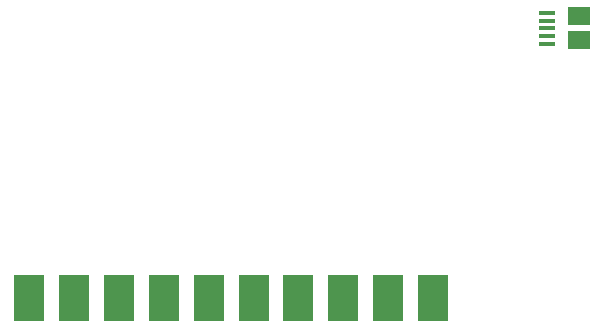
<source format=gtp>
G04 #@! TF.GenerationSoftware,KiCad,Pcbnew,(5.1.0)-1*
G04 #@! TF.CreationDate,2019-07-06T13:17:57-04:00*
G04 #@! TF.ProjectId,Inline SCART Splitter,496e6c69-6e65-4205-9343-415254205370,rev?*
G04 #@! TF.SameCoordinates,Original*
G04 #@! TF.FileFunction,Paste,Top*
G04 #@! TF.FilePolarity,Positive*
%FSLAX46Y46*%
G04 Gerber Fmt 4.6, Leading zero omitted, Abs format (unit mm)*
G04 Created by KiCad (PCBNEW (5.1.0)-1) date 2019-07-06 13:17:57*
%MOMM*%
%LPD*%
G04 APERTURE LIST*
%ADD10R,1.900000X1.500000*%
%ADD11R,1.350000X0.400000*%
%ADD12R,2.500000X4.000000*%
G04 APERTURE END LIST*
D10*
X160537500Y-40300000D03*
D11*
X157837500Y-41950000D03*
X157837500Y-42600000D03*
X157837500Y-40000000D03*
X157837500Y-40650000D03*
X157837500Y-41300000D03*
D10*
X160537500Y-42300000D03*
D12*
X113975000Y-64100000D03*
X117775000Y-64100000D03*
X121575000Y-64100000D03*
X125375000Y-64100000D03*
X129175000Y-64100000D03*
X132975000Y-64100000D03*
X136775000Y-64100000D03*
X140575000Y-64100000D03*
X144375000Y-64100000D03*
X148175000Y-64100000D03*
M02*

</source>
